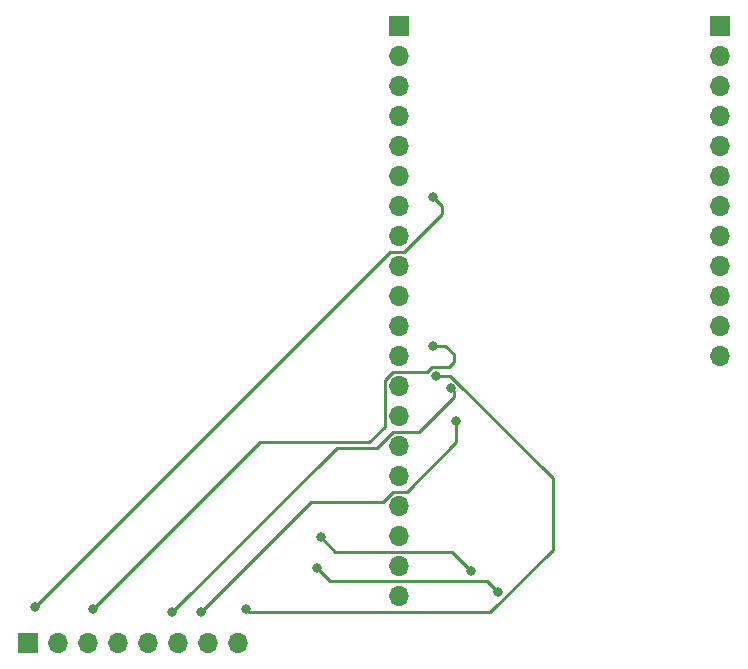
<source format=gbl>
%TF.GenerationSoftware,KiCad,Pcbnew,7.0.5*%
%TF.CreationDate,2024-02-24T19:05:55-05:00*%
%TF.ProjectId,UWB_PCB,5557425f-5043-4422-9e6b-696361645f70,rev?*%
%TF.SameCoordinates,Original*%
%TF.FileFunction,Copper,L2,Bot*%
%TF.FilePolarity,Positive*%
%FSLAX46Y46*%
G04 Gerber Fmt 4.6, Leading zero omitted, Abs format (unit mm)*
G04 Created by KiCad (PCBNEW 7.0.5) date 2024-02-24 19:05:55*
%MOMM*%
%LPD*%
G01*
G04 APERTURE LIST*
%TA.AperFunction,ComponentPad*%
%ADD10R,1.700000X1.700000*%
%TD*%
%TA.AperFunction,ComponentPad*%
%ADD11O,1.700000X1.700000*%
%TD*%
%TA.AperFunction,ViaPad*%
%ADD12C,0.800000*%
%TD*%
%TA.AperFunction,Conductor*%
%ADD13C,0.250000*%
%TD*%
G04 APERTURE END LIST*
D10*
%TO.P,J1,1,Pin_1*%
%TO.N,/5V*%
X161600000Y-60500000D03*
D11*
%TO.P,J1,2,Pin_2*%
%TO.N,/GND1*%
X161600000Y-63040000D03*
%TO.P,J1,3,Pin_3*%
%TO.N,/IO3*%
X161600000Y-65580000D03*
%TO.P,J1,4,Pin_4*%
%TO.N,/IO1*%
X161600000Y-68120000D03*
%TO.P,J1,5,Pin_5*%
%TO.N,/IO0*%
X161600000Y-70660000D03*
%TO.P,J1,6,Pin_6*%
%TO.N,/IO4*%
X161600000Y-73200000D03*
%TO.P,J1,7,Pin_7*%
%TO.N,/IO5*%
X161600000Y-75740000D03*
%TO.P,J1,8,Pin_8*%
%TO.N,/IO16*%
X161600000Y-78280000D03*
%TO.P,J1,9,Pin_9*%
%TO.N,/IO17*%
X161600000Y-80820000D03*
%TO.P,J1,10,Pin_10*%
%TO.N,/IO21*%
X161600000Y-83360000D03*
%TO.P,J1,11,Pin_11*%
%TO.N,/IO22*%
X161600000Y-85900000D03*
%TO.P,J1,12,Pin_12*%
%TO.N,/IO23*%
X161600000Y-88440000D03*
%TO.P,J1,13,Pin_13*%
%TO.N,/3.3V*%
X161600000Y-90980000D03*
%TO.P,J1,14,Pin_14*%
%TO.N,/GND2*%
X161600000Y-93520000D03*
%TO.P,J1,15,Pin_15*%
%TO.N,/RST*%
X161600000Y-96060000D03*
%TO.P,J1,16,Pin_16*%
%TO.N,/GND3*%
X161600000Y-98600000D03*
%TO.P,J1,17,Pin_17*%
%TO.N,/IO2*%
X161600000Y-101140000D03*
%TO.P,J1,18,Pin_18*%
%TO.N,/IO12*%
X161600000Y-103680000D03*
%TO.P,J1,19,Pin_19*%
%TO.N,/IO13*%
X161600000Y-106220000D03*
%TO.P,J1,20,Pin_20*%
%TO.N,/IO14*%
X161600000Y-108760000D03*
D10*
%TO.P,J1,21,Pin_21*%
%TO.N,/IO15*%
X188830000Y-60500000D03*
D11*
%TO.P,J1,22,Pin_22*%
%TO.N,/IO18*%
X188830000Y-63040000D03*
%TO.P,J1,23,Pin_23*%
%TO.N,/IO19*%
X188830000Y-65580000D03*
%TO.P,J1,24,Pin_24*%
%TO.N,/IO25*%
X188830000Y-68120000D03*
%TO.P,J1,25,Pin_25*%
%TO.N,/IO26*%
X188830000Y-70660000D03*
%TO.P,J1,26,Pin_26*%
%TO.N,/IO27*%
X188830000Y-73200000D03*
%TO.P,J1,27,Pin_27*%
%TO.N,/IO32*%
X188830000Y-75740000D03*
%TO.P,J1,28,Pin_28*%
%TO.N,/IO33*%
X188830000Y-78280000D03*
%TO.P,J1,29,Pin_29*%
%TO.N,/IO34*%
X188830000Y-80820000D03*
%TO.P,J1,30,Pin_30*%
%TO.N,/IO35*%
X188830000Y-83360000D03*
%TO.P,J1,31,Pin_31*%
%TO.N,/IO36*%
X188830000Y-85900000D03*
%TO.P,J1,32,Pin_32*%
%TO.N,/IO39*%
X188830000Y-88440000D03*
%TD*%
D10*
%TO.P,J2,1,Pin_1*%
%TO.N,/IO5*%
X130210001Y-112740000D03*
D11*
%TO.P,J2,2,Pin_2*%
%TO.N,/IO18*%
X132750001Y-112740000D03*
%TO.P,J2,3,Pin_3*%
%TO.N,/IO23*%
X135290001Y-112740000D03*
%TO.P,J2,4,Pin_4*%
%TO.N,/IO19*%
X137830000Y-112740000D03*
%TO.P,J2,5,Pin_5*%
%TO.N,unconnected-(J2-Pin_5-Pad5)*%
X140370001Y-112740000D03*
%TO.P,J2,6,Pin_6*%
%TO.N,/GND2*%
X142910001Y-112740000D03*
%TO.P,J2,7,Pin_7*%
%TO.N,/RST*%
X145450001Y-112740000D03*
%TO.P,J2,8,Pin_8*%
%TO.N,/3.3V*%
X147990001Y-112740000D03*
%TD*%
D12*
%TO.N,/3.3V*%
X148650000Y-109850000D03*
%TO.N,/RST*%
X166500000Y-93950000D03*
%TO.N,/IO19*%
X154650000Y-106400000D03*
X170000000Y-108450000D03*
%TO.N,/IO18*%
X155050000Y-103800000D03*
X167750000Y-106650000D03*
%TO.N,/RST*%
X144900000Y-110100000D03*
%TO.N,/GND2*%
X142450000Y-110150000D03*
%TO.N,/IO23*%
X135750000Y-109900000D03*
%TO.N,/IO5*%
X130850000Y-109700000D03*
X164550000Y-75000000D03*
%TO.N,/GND2*%
X166000000Y-91150000D03*
%TO.N,/3.3V*%
X164750000Y-90100000D03*
%TO.N,/IO23*%
X164500000Y-87550000D03*
%TD*%
D13*
%TO.N,/RST*%
X161113299Y-99965000D02*
X160278299Y-100800000D01*
X160278299Y-100800000D02*
X154200000Y-100800000D01*
X154200000Y-100800000D02*
X144900000Y-110100000D01*
X162285000Y-99965000D02*
X161113299Y-99965000D01*
X166500000Y-95750000D02*
X162285000Y-99965000D01*
X166500000Y-93950000D02*
X166500000Y-95750000D01*
%TO.N,/IO18*%
X166100000Y-105000000D02*
X167750000Y-106650000D01*
X156250000Y-105000000D02*
X166100000Y-105000000D01*
X155050000Y-103800000D02*
X156250000Y-105000000D01*
%TO.N,/IO19*%
X155750000Y-107500000D02*
X154650000Y-106400000D01*
X169050000Y-107500000D02*
X155750000Y-107500000D01*
X170000000Y-108450000D02*
X169050000Y-107500000D01*
%TO.N,/3.3V*%
X165975305Y-90100000D02*
X164750000Y-90100000D01*
X174650000Y-98774695D02*
X165975305Y-90100000D01*
X174650000Y-104825305D02*
X174650000Y-98774695D01*
X148900000Y-110100000D02*
X169375305Y-110100000D01*
X169375305Y-110100000D02*
X174650000Y-104825305D01*
X148650000Y-109850000D02*
X148900000Y-110100000D01*
%TO.N,/GND2*%
X166250000Y-91400000D02*
X166000000Y-91150000D01*
X163315000Y-94885000D02*
X166250000Y-91950000D01*
X161113299Y-94885000D02*
X163315000Y-94885000D01*
X159800000Y-96200000D02*
X160000000Y-96000000D01*
X160000000Y-96000000D02*
X160000000Y-95998299D01*
X156400000Y-96200000D02*
X159800000Y-96200000D01*
X160000000Y-95998299D02*
X161113299Y-94885000D01*
X166250000Y-91950000D02*
X166250000Y-91400000D01*
X142450000Y-110150000D02*
X156400000Y-96200000D01*
%TO.N,/IO23*%
X149900000Y-95750000D02*
X135750000Y-109900000D01*
X159100000Y-95750000D02*
X149900000Y-95750000D01*
X160425000Y-94425000D02*
X159100000Y-95750000D01*
X160425000Y-90493299D02*
X160425000Y-94425000D01*
X164425000Y-89375000D02*
X163995000Y-89805000D01*
X163995000Y-89805000D02*
X161113299Y-89805000D01*
X165825000Y-89375000D02*
X164425000Y-89375000D01*
X161113299Y-89805000D02*
X160425000Y-90493299D01*
X166250000Y-88250000D02*
X166250000Y-88950000D01*
X166250000Y-88950000D02*
X165825000Y-89375000D01*
X165550000Y-87550000D02*
X166250000Y-88250000D01*
X164500000Y-87550000D02*
X165550000Y-87550000D01*
%TO.N,/IO5*%
X160905000Y-79645000D02*
X130850000Y-109700000D01*
X162086701Y-79645000D02*
X160905000Y-79645000D01*
X165300000Y-75750000D02*
X165300000Y-76431701D01*
X165300000Y-76431701D02*
X162086701Y-79645000D01*
X164550000Y-75000000D02*
X165300000Y-75750000D01*
%TD*%
M02*

</source>
